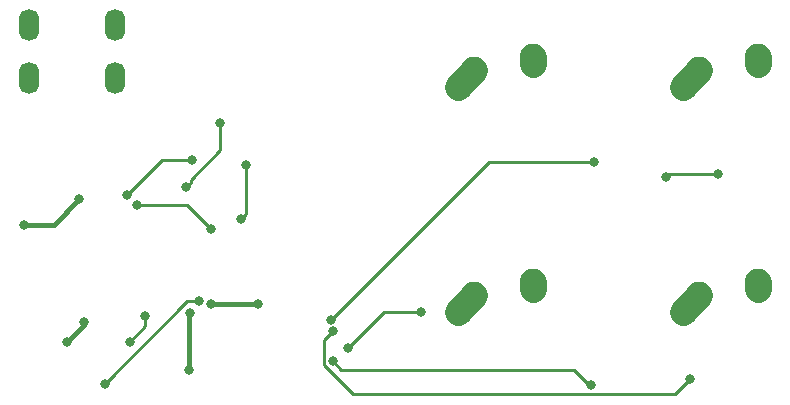
<source format=gtl>
G04 #@! TF.GenerationSoftware,KiCad,Pcbnew,(5.1.4)-1*
G04 #@! TF.CreationDate,2020-10-19T04:22:10-07:00*
G04 #@! TF.ProjectId,test-pcb,74657374-2d70-4636-922e-6b696361645f,rev?*
G04 #@! TF.SameCoordinates,Original*
G04 #@! TF.FileFunction,Copper,L1,Top*
G04 #@! TF.FilePolarity,Positive*
%FSLAX46Y46*%
G04 Gerber Fmt 4.6, Leading zero omitted, Abs format (unit mm)*
G04 Created by KiCad (PCBNEW (5.1.4)-1) date 2020-10-19 04:22:10*
%MOMM*%
%LPD*%
G04 APERTURE LIST*
%ADD10O,1.700000X2.700000*%
%ADD11C,2.250000*%
%ADD12C,2.250000*%
%ADD13C,0.800000*%
%ADD14C,0.381000*%
%ADD15C,0.254000*%
G04 APERTURE END LIST*
D10*
X31275000Y-85090000D03*
X38575000Y-85090000D03*
X38575000Y-89590000D03*
X31275000Y-89590000D03*
D11*
X87987500Y-107918750D03*
X87332501Y-108648750D03*
D12*
X86677500Y-109378750D02*
X87987502Y-107918750D01*
D11*
X93027500Y-106838750D03*
X93007500Y-107128750D03*
D12*
X92987500Y-107418750D02*
X93027500Y-106838750D01*
D11*
X87987500Y-88868750D03*
X87332501Y-89598750D03*
D12*
X86677500Y-90328750D02*
X87987502Y-88868750D01*
D11*
X93027500Y-87788750D03*
X93007500Y-88078750D03*
D12*
X92987500Y-88368750D02*
X93027500Y-87788750D01*
D11*
X68937500Y-107918750D03*
X68282501Y-108648750D03*
D12*
X67627500Y-109378750D02*
X68937502Y-107918750D01*
D11*
X73977500Y-106838750D03*
X73957500Y-107128750D03*
D12*
X73937500Y-107418750D02*
X73977500Y-106838750D01*
D11*
X68937500Y-88868750D03*
X68282501Y-89598750D03*
D12*
X67627500Y-90328750D02*
X68937502Y-88868750D01*
D11*
X73977500Y-87788750D03*
X73957500Y-88078750D03*
D12*
X73937500Y-88368750D02*
X73977500Y-87788750D01*
D13*
X35947067Y-110229933D03*
X34544000Y-111887000D03*
X30861000Y-101981000D03*
X35560000Y-99822000D03*
X50673000Y-108712000D03*
X46736000Y-108712000D03*
X45085000Y-96520000D03*
X39624000Y-99441000D03*
X40421000Y-100330000D03*
X46676000Y-102362000D03*
X44835608Y-114295392D03*
X44958000Y-109474000D03*
X49657000Y-96901000D03*
X49276000Y-101473000D03*
X39833175Y-111896567D03*
X41148000Y-109728000D03*
X89662000Y-97663000D03*
X85217000Y-97917000D03*
X56881579Y-110008048D03*
X79121000Y-96647000D03*
X57023000Y-113538000D03*
X78867000Y-115570000D03*
X58293000Y-112395000D03*
X64516000Y-109347000D03*
X57023000Y-110998000D03*
X87249000Y-115062000D03*
X37719000Y-115443000D03*
X45720000Y-108458000D03*
X44577000Y-98806000D03*
X47498000Y-93375000D03*
D14*
X35947067Y-110229933D02*
X35947067Y-110483933D01*
X35947067Y-110483933D02*
X34544000Y-111887000D01*
X30861000Y-101981000D02*
X33401000Y-101981000D01*
X33401000Y-101981000D02*
X35560000Y-99822000D01*
X50673000Y-108712000D02*
X46736000Y-108712000D01*
D15*
X45085000Y-96520000D02*
X42545000Y-96520000D01*
X42545000Y-96520000D02*
X39624000Y-99441000D01*
X40421000Y-100330000D02*
X42164000Y-100330000D01*
X42164000Y-100330000D02*
X44644000Y-100330000D01*
X44644000Y-100330000D02*
X46676000Y-102362000D01*
D14*
X44835608Y-114295392D02*
X44835608Y-109596392D01*
X44835608Y-109596392D02*
X44958000Y-109474000D01*
D15*
X49657000Y-96901000D02*
X49657000Y-101092000D01*
X49657000Y-101092000D02*
X49276000Y-101473000D01*
X39833175Y-111896567D02*
X41148000Y-110581742D01*
X41148000Y-110581742D02*
X41148000Y-109728000D01*
X89662000Y-97663000D02*
X85471000Y-97663000D01*
X85471000Y-97663000D02*
X85217000Y-97917000D01*
X56881579Y-110008048D02*
X70242627Y-96647000D01*
X70242627Y-96647000D02*
X79121000Y-96647000D01*
X57724651Y-114239651D02*
X77409651Y-114239651D01*
X57023000Y-113538000D02*
X57724651Y-114239651D01*
X77409651Y-114239651D02*
X78740000Y-115570000D01*
X78740000Y-115570000D02*
X78867000Y-115570000D01*
X58293000Y-112395000D02*
X61341000Y-109347000D01*
X61341000Y-109347000D02*
X64516000Y-109347000D01*
X86013999Y-116297001D02*
X87249000Y-115062000D01*
X58706039Y-116297001D02*
X86013999Y-116297001D01*
X56295999Y-113886961D02*
X58706039Y-116297001D01*
X57023000Y-110998000D02*
X56295999Y-111725001D01*
X56295999Y-111725001D02*
X56295999Y-113886961D01*
X37719000Y-115443000D02*
X44704000Y-108458000D01*
X44704000Y-108458000D02*
X45720000Y-108458000D01*
X44976999Y-98406001D02*
X44976999Y-98152001D01*
X44577000Y-98806000D02*
X44976999Y-98406001D01*
X44976999Y-98152001D02*
X47498000Y-95631000D01*
X47498000Y-95250000D02*
X47498000Y-95123000D01*
X47498000Y-95250000D02*
X47498000Y-93375000D01*
X47498000Y-95631000D02*
X47498000Y-95250000D01*
M02*

</source>
